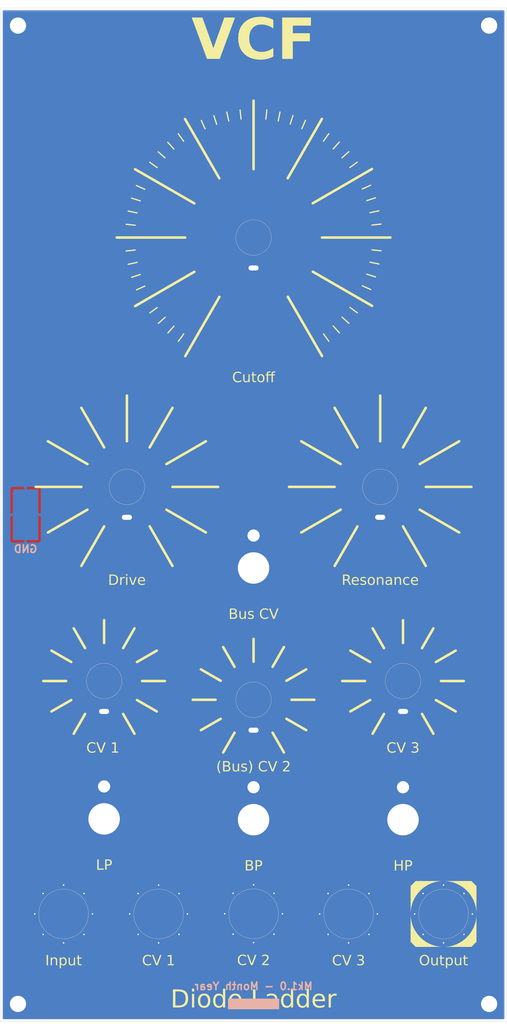
<source format=kicad_pcb>
(kicad_pcb (version 20240108) (generator "pcbnew") (generator_version "8.0")
  (title_block (title "Kosmo Format Front Panel - 10 cm") (company "DMH Instruments"))
  (layers (0 "F.Cu" signal) (31 "B.Cu" signal) (34 "B.Paste" user) (35 "F.Paste" user) (36 "B.SilkS" user "B.Silkscreen") (37 "F.SilkS" user "F.Silkscreen") (38 "B.Mask" user) (39 "F.Mask" user) (44 "Edge.Cuts" user))
  (property "Function" "")
  (net 0 "")
  (net 1 "GND")
  (footprint "SynthStuff:Toggle_Switch_Cutout" (layer "F.Cu") (at 100 190.15)
    (property "Reference" "H15")
    (property "Value" "BP" (at 0 9.2 0) (layer "F.SilkS") (effects (font (size 2 2))))
    (pad "1" thru_hole circle (at 0 -6.4) (size 2.9 2.9) (drill 2.4) (layers "*.Cu" "*.Mask") (net 1 "GND"))
    (pad "1" thru_hole circle (at 0 0) (size 13 13) (drill 6.2) (layers "*.Cu" "*.Mask") (net 1 "GND"))
  )
  (footprint "SynthStuff:MountingHole_Rails" (layer "F.Cu") (at 53.5 226.5)
    (property "Reference" "H3")
    (property "Value" "MountingHole_Rails" (hide yes))
    (pad "1" thru_hole circle (at 0 0) (size 4 4) (drill 3.2) (layers "*.Cu" "*.Mask") (net 1 "GND"))
  )
  (footprint "SynthStuff:Toggle_Switch_Cutout" (layer "F.Cu") (at 129.5 190.15)
    (property "Reference" "H16")
    (property "Value" "HP" (at 0 9.2 0) (layer "F.SilkS") (effects (font (size 2 2))))
    (pad "1" thru_hole circle (at 0 -6.4) (size 2.9 2.9) (drill 2.4) (layers "*.Cu" "*.Mask") (net 1 "GND"))
    (pad "1" thru_hole circle (at 0 0) (size 13 13) (drill 6.2) (layers "*.Cu" "*.Mask") (net 1 "GND"))
  )
  (footprint "SynthStuff:Jack_6.35mm_Cutout_v3" (layer "F.Cu") (at 62.5 208.75)
    (property "Reference" "H5")
    (property "Value" "Input" (at 0 9.3 0) (layer "F.SilkS") (effects (font (size 2 2))))
    (fp_circle (center 0 0) (end 0 -4.9) (stroke (width 0.05)) (fill none) (layer "Edge.Cuts"))
    (pad "1" thru_hole circle (at -5.7 0) (size 0.5 0.5) (drill 0.3) (layers "*.Cu" "*.Mask") (net 1 "GND"))
    (pad "1" thru_hole circle (at -4.04 -4.03) (size 0.5 0.5) (drill 0.3) (layers "*.Cu" "*.Mask") (net 1 "GND"))
    (pad "1" thru_hole circle (at -4.03 4.04) (size 0.5 0.5) (drill 0.3) (layers "*.Cu" "*.Mask") (net 1 "GND"))
    (pad "1" thru_hole circle (at 0 -5.7) (size 0.5 0.5) (drill 0.3) (layers "*.Cu" "*.Mask") (net 1 "GND"))
    (pad "1" connect circle (at 0 0) (size 12 12) (layers "F.Cu" "F.Mask") (net 1 "GND"))
    (pad "1" connect circle (at 0 0) (size 12 12) (layers "B.Cu" "B.Mask") (net 1 "GND"))
    (pad "1" thru_hole circle (at 0 5.7) (size 0.5 0.5) (drill 0.3) (layers "*.Cu" "*.Mask") (net 1 "GND"))
    (pad "1" thru_hole circle (at 4.03 4.04) (size 0.5 0.5) (drill 0.3) (layers "*.Cu" "*.Mask") (net 1 "GND"))
    (pad "1" thru_hole circle (at 4.04 -4.03) (size 0.5 0.5) (drill 0.3) (layers "*.Cu" "*.Mask") (net 1 "GND"))
    (pad "1" thru_hole circle (at 5.7 0) (size 0.5 0.5) (drill 0.3) (layers "*.Cu" "*.Mask") (net 1 "GND"))
  )
  (footprint "SynthStuff:Pot_Cutout_Tiny" (layer "F.Cu") (at 100 166.5)
    (property "Reference" "H17")
    (property "Value" "(Bus) CV 2 Amount" (hide yes))
    (fp_line (start -7.499998 0) (end -12 0) (stroke (width 0.5)) (layer "F.SilkS"))
    (fp_line (start -6.49301 -3.753771) (end -10.394285 -5.996567) (stroke (width 0.5)) (layer "F.SilkS"))
    (fp_line (start -6.49301 3.753772) (end -10.394227 5.996669) (stroke (width 0.5)) (layer "F.SilkS"))
    (fp_line (start -3.753772 -6.49301) (end -5.996669 -10.394227) (stroke (width 0.5)) (layer "F.SilkS"))
    (fp_line (start -3.753771 6.49301) (end -5.996567 10.394285) (stroke (width 0.5)) (layer "F.SilkS"))
    (fp_line (start 0 -7.5) (end 0 -12) (stroke (width 0.5)) (layer "F.SilkS"))
    (fp_line (start 3.753771 -6.49301) (end 5.996567 -10.394285) (stroke (width 0.5)) (layer "F.SilkS"))
    (fp_line (start 3.753772 6.49301) (end 5.996669 10.394227) (stroke (width 0.5)) (layer "F.SilkS"))
    (fp_line (start 6.49301 -3.753772) (end 10.394227 -5.996669) (stroke (width 0.5)) (layer "F.SilkS"))
    (fp_line (start 6.49301 3.753771) (end 10.394285 5.996567) (stroke (width 0.5)) (layer "F.SilkS"))
    (fp_line (start 7.5 0) (end 12 0) (stroke (width 0.5)) (layer "F.SilkS"))
    (fp_circle (center 0 0) (end 0 3.5) (stroke (width 0.05)) (fill none) (layer "Edge.Cuts"))
    (pad "1" connect circle (at 0 0) (size 12 12) (layers "F.Cu" "F.Mask") (net 1 "GND"))
    (pad "1" connect circle (at 0 0) (size 12 12) (layers "B.Cu" "B.Mask") (net 1 "GND"))
    (pad "1" thru_hole oval (at 0 6) (size 2.5 1.5) (drill oval 2 1) (layers "*.Cu" "*.Mask") (net 1 "GND"))
  )
  (footprint "SynthStuff:Pot_Cutout_Medium" (layer "F.Cu") (at 75 124.5)
    (property "Reference" "H10")
    (property "Value" "Drive" (at 0 18.5 0) (layer "F.SilkS") (effects (font (size 2 2))))
    (fp_line (start -15.59134 -8.995004) (end -7.795669 -4.497502) (stroke (width 0.5)) (layer "F.SilkS"))
    (fp_line (start -15.591339 8.995006) (end -7.795668 4.497502) (stroke (width 0.5)) (layer "F.SilkS"))
    (fp_line (start -9 0) (end -18 0) (stroke (width 0.5)) (layer "F.SilkS"))
    (fp_line (start -8.995006 -15.591339) (end -4.497502 -7.795668) (stroke (width 0.5)) (layer "F.SilkS"))
    (fp_line (start -8.995004 15.59134) (end -4.497502 7.795669) (stroke (width 0.5)) (layer "F.SilkS"))
    (fp_line (start 0 -9) (end 0 -18) (stroke (width 0.5)) (layer "F.SilkS"))
    (fp_line (start 8.995004 -15.59134) (end 4.497502 -7.795669) (stroke (width 0.5)) (layer "F.SilkS"))
    (fp_line (start 8.995006 15.591339) (end 4.497502 7.795668) (stroke (width 0.5)) (layer "F.SilkS"))
    (fp_line (start 9 0) (end 18 0) (stroke (width 0.5)) (layer "F.SilkS"))
    (fp_line (start 15.591339 -8.995006) (end 7.795668 -4.497502) (stroke (width 0.5)) (layer "F.SilkS"))
    (fp_line (start 15.59134 8.995004) (end 7.795669 4.497502) (stroke (width 0.5)) (layer "F.SilkS"))
    (fp_circle (center 0 0) (end 0 3.5) (stroke (width 0.05)) (fill none) (layer "Edge.Cuts"))
    (pad "1" connect circle (at 0 0) (size 12 12) (layers "F.Cu" "F.Mask") (net 1 "GND"))
    (pad "1" connect circle (at 0 0) (size 12 12) (layers "B.Cu" "B.Mask") (net 1 "GND"))
    (pad "1" thru_hole oval (at 0 6) (size 2.5 1.5) (drill oval 2 1) (layers "*.Cu" "*.Mask") (net 1 "GND"))
  )
  (footprint "SynthStuff:Pot_Cutout_Tiny" (layer "F.Cu") (at 70.5 162.8)
    (property "Reference" "H12")
    (property "Value" "CV 1 Amount" (hide yes))
    (fp_line (start -7.499998 0) (end -12 0) (stroke (width 0.5)) (layer "F.SilkS"))
    (fp_line (start -6.49301 -3.753771) (end -10.394285 -5.996567) (stroke (width 0.5)) (layer "F.SilkS"))
    (fp_line (start -6.49301 3.753772) (end -10.394227 5.996669) (stroke (width 0.5)) (layer "F.SilkS"))
    (fp_line (start -3.753772 -6.49301) (end -5.996669 -10.394227) (stroke (width 0.5)) (layer "F.SilkS"))
    (fp_line (start -3.753771 6.49301) (end -5.996567 10.394285) (stroke (width 0.5)) (layer "F.SilkS"))
    (fp_line (start 0 -7.5) (end 0 -12) (stroke (width 0.5)) (layer "F.SilkS"))
    (fp_line (start 3.753771 -6.49301) (end 5.996567 -10.394285) (stroke (width 0.5)) (layer "F.SilkS"))
    (fp_line (start 3.753772 6.49301) (end 5.996669 10.394227) (stroke (width 0.5)) (layer "F.SilkS"))
    (fp_line (start 6.49301 -3.753772) (end 10.394227 -5.996669) (stroke (width 0.5)) (layer "F.SilkS"))
    (fp_line (start 6.49301 3.753771) (end 10.394285 5.996567) (stroke (width 0.5)) (layer "F.SilkS"))
    (fp_line (start 7.5 0) (end 12 0) (stroke (width 0.5)) (layer "F.SilkS"))
    (fp_circle (center 0 0) (end 0 3.5) (stroke (width 0.05)) (fill none) (layer "Edge.Cuts"))
    (pad "1" connect circle (at 0 0) (size 12 12) (layers "F.Cu" "F.Mask") (net 1 "GND"))
    (pad "1" connect circle (at 0 0) (size 12 12) (layers "B.Cu" "B.Mask") (net 1 "GND"))
    (pad "1" thru_hole oval (at 0 6) (size 2.5 1.5) (drill oval 2 1) (layers "*.Cu" "*.Mask") (net 1 "GND"))
  )
  (footprint "SynthStuff:Pot_Cutout_Medium" (layer "F.Cu") (at 125 124.5)
    (property "Reference" "H11")
    (property "Value" "Resonance" (at 0 18.5 0) (layer "F.SilkS") (effects (font (size 2 2))))
    (fp_line (start -15.59134 -8.995004) (end -7.795669 -4.497502) (stroke (width 0.5)) (layer "F.SilkS"))
    (fp_line (start -15.591339 8.995006) (end -7.795668 4.497502) (stroke (width 0.5)) (layer "F.SilkS"))
    (fp_line (start -9 0) (end -18 0) (stroke (width 0.5)) (layer "F.SilkS"))
    (fp_line (start -8.995006 -15.591339) (end -4.497502 -7.795668) (stroke (width 0.5)) (layer "F.SilkS"))
    (fp_line (start -8.995004 15.59134) (end -4.497502 7.795669) (stroke (width 0.5)) (layer "F.SilkS"))
    (fp_line (start 0 -9) (end 0 -18) (stroke (width 0.5)) (layer "F.SilkS"))
    (fp_line (start 8.995004 -15.59134) (end 4.497502 -7.795669) (stroke (width 0.5)) (layer "F.SilkS"))
    (fp_line (start 8.995006 15.591339) (end 4.497502 7.795668) (stroke (width 0.5)) (layer "F.SilkS"))
    (fp_line (start 9 0) (end 18 0) (stroke (width 0.5)) (layer "F.SilkS"))
    (fp_line (start 15.591339 -8.995006) (end 7.795668 -4.497502) (stroke (width 0.5)) (layer "F.SilkS"))
    (fp_line (start 15.59134 8.995004) (end 7.795669 4.497502) (stroke (width 0.5)) (layer "F.SilkS"))
    (fp_circle (center 0 0) (end 0 3.5) (stroke (width 0.05)) (fill none) (layer "Edge.Cuts"))
    (pad "1" connect circle (at 0 0) (size 12 12) (layers "F.Cu" "F.Mask") (net 1 "GND"))
    (pad "1" connect circle (at 0 0) (size 12 12) (layers "B.Cu" "B.Mask") (net 1 "GND"))
    (pad "1" thru_hole oval (at 0 6) (size 2.5 1.5) (drill oval 2 1) (layers "*.Cu" "*.Mask") (net 1 "GND"))
  )
  (footprint "SynthStuff:Pot_Cutout_Tiny" (layer "F.Cu") (at 129.5 162.8)
    (property "Reference" "H13")
    (property "Value" "CV 3 Amount" (hide yes))
    (fp_line (start -7.499998 0) (end -12 0) (stroke (width 0.5)) (layer "F.SilkS"))
    (fp_line (start -6.49301 -3.753771) (end -10.394285 -5.996567) (stroke (width 0.5)) (layer "F.SilkS"))
    (fp_line (start -6.49301 3.753772) (end -10.394227 5.996669) (stroke (width 0.5)) (layer "F.SilkS"))
    (fp_line (start -3.753772 -6.49301) (end -5.996669 -10.394227) (stroke (width 0.5)) (layer "F.SilkS"))
    (fp_line (start -3.753771 6.49301) (end -5.996567 10.394285) (stroke (width 0.5)) (layer "F.SilkS"))
    (fp_line (start 0 -7.5) (end 0 -12) (stroke (width 0.5)) (layer "F.SilkS"))
    (fp_line (start 3.753771 -6.49301) (end 5.996567 -10.394285) (stroke (width 0.5)) (layer "F.SilkS"))
    (fp_line (start 3.753772 6.49301) (end 5.996669 10.394227) (stroke (width 0.5)) (layer "F.SilkS"))
    (fp_line (start 6.49301 -3.753772) (end 10.394227 -5.996669) (stroke (width 0.5)) (layer "F.SilkS"))
    (fp_line (start 6.49301 3.753771) (end 10.394285 5.996567) (stroke (width 0.5)) (layer "F.SilkS"))
    (fp_line (start 7.5 0) (end 12 0) (stroke (width 0.5)) (layer "F.SilkS"))
    (fp_circle (center 0 0) (end 0 3.5) (stroke (width 0.05)) (fill none) (layer "Edge.Cuts"))
    (pad "1" connect circle (at 0 0) (size 12 12) (layers "F.Cu" "F.Mask") (net 1 "GND"))
    (pad "1" connect circle (at 0 0) (size 12 12) (layers "B.Cu" "B.Mask") (net 1 "GND"))
    (pad "1" thru_hole oval (at 0 6) (size 2.5 1.5) (drill oval 2 1) (layers "*.Cu" "*.Mask") (net 1 "GND"))
  )
  (footprint "SynthStuff:Jack_6.35mm_Cutout_v3" (layer "F.Cu") (at 81.25 208.75)
    (property "Reference" "H6")
    (property "Value" "CV 1" (at 0 9.3 0) (layer "F.SilkS") (effects (font (size 2 2))))
    (fp_circle (center 0 0) (end 0 -4.9) (stroke (width 0.05)) (fill none) (layer "Edge.Cuts"))
    (pad "1" thru_hole circle (at -5.7 0) (size 0.5 0.5) (drill 0.3) (layers "*.Cu" "*.Mask") (net 1 "GND"))
    (pad "1" thru_hole circle (at -4.04 -4.03) (size 0.5 0.5) (drill 0.3) (layers "*.Cu" "*.Mask") (net 1 "GND"))
    (pad "1" thru_hole circle (at -4.03 4.04) (size 0.5 0.5) (drill 0.3) (layers "*.Cu" "*.Mask") (net 1 "GND"))
    (pad "1" thru_hole circle (at 0 -5.7) (size 0.5 0.5) (drill 0.3) (layers "*.Cu" "*.Mask") (net 1 "GND"))
    (pad "1" connect circle (at 0 0) (size 12 12) (layers "F.Cu" "F.Mask") (net 1 "GND"))
    (pad "1" connect circle (at 0 0) (size 12 12) (layers "B.Cu" "B.Mask") (net 1 "GND"))
    (pad "1" thru_hole circle (at 0 5.7) (size 0.5 0.5) (drill 0.3) (layers "*.Cu" "*.Mask") (net 1 "GND"))
    (pad "1" thru_hole circle (at 4.03 4.04) (size 0.5 0.5) (drill 0.3) (layers "*.Cu" "*.Mask") (net 1 "GND"))
    (pad "1" thru_hole circle (at 4.04 -4.03) (size 0.5 0.5) (drill 0.3) (layers "*.Cu" "*.Mask") (net 1 "GND"))
    (pad "1" thru_hole circle (at 5.7 0) (size 0.5 0.5) (drill 0.3) (layers "*.Cu" "*.Mask") (net 1 "GND"))
  )
  (footprint "SynthStuff:Pot_Cutout_Huge_v2" (layer "F.Cu") (at 100 75.3125)
    (property "Reference" "H9")
    (property "Value" "Cutoff" (at 0 27.7 0) (layer "F.SilkS") (effects (font (size 2 2))))
    (fp_line (start -23.39361 -13.481062) (end -11.696805 -6.740531) (stroke (width 0.5)) (layer "F.SilkS"))
    (fp_line (start -23.374179 -2.428486) (end -25.164545 -2.614498) (stroke (width 0.25)) (layer "F.SilkS"))
    (fp_line (start -23.370917 13.520364) (end -11.685458 6.760182) (stroke (width 0.5)) (layer "F.SilkS"))
    (fp_line (start -23.370351 2.465102) (end -25.16042 2.653918) (stroke (width 0.25)) (layer "F.SilkS"))
    (fp_line (start -23.101674 10.315167) (end -21.458076 9.581281) (stroke (width 0.25)) (layer "F.SilkS"))
    (fp_line (start -22.993287 -4.853716) (end -24.754478 -5.22549) (stroke (width 0.25)) (layer "F.SilkS"))
    (fp_line (start -22.982832 4.903004) (end -24.743219 5.278553) (stroke (width 0.25)) (layer "F.SilkS"))
    (fp_line (start -22.361465 -7.225976) (end -24.07426 -7.779456) (stroke (width 0.25)) (layer "F.SilkS"))
    (fp_line (start -22.343234 7.28216) (end -24.054632 7.839942) (stroke (width 0.25)) (layer "F.SilkS"))
    (fp_line (start -21.482215 -9.527029) (end -23.127663 -10.25676) (stroke (width 0.25)) (layer "F.SilkS"))
    (fp_line (start -19.02674 -13.7925) (end -20.484109 -14.848948) (stroke (width 0.25)) (layer "F.SilkS"))
    (fp_line (start -19.013948 13.810131) (end -20.470336 14.86793) (stroke (width 0.25)) (layer "F.SilkS"))
    (fp_line (start -17.477172 -15.709817) (end -18.815851 -16.913124) (stroke (width 0.25)) (layer "F.SilkS"))
    (fp_line (start -17.458429 15.730644) (end -18.795672 16.935546) (stroke (width 0.25)) (layer "F.SilkS"))
    (fp_line (start -15.730644 -17.458429) (end -16.935546 -18.795672) (stroke (width 0.25)) (layer "F.SilkS"))
    (fp_line (start -15.709817 17.477172) (end -16.913124 18.815851) (stroke (width 0.25)) (layer "F.SilkS"))
    (fp_line (start -13.810131 -19.013948) (end -14.86793 -20.470336) (stroke (width 0.25)) (layer "F.SilkS"))
    (fp_line (start -13.7925 19.02674) (end -14.848948 20.484109) (stroke (width 0.25)) (layer "F.SilkS"))
    (fp_line (start -13.520364 -23.370917) (end -6.760182 -11.685458) (stroke (width 0.5)) (layer "F.SilkS"))
    (fp_line (start -13.5 0) (end -27 0) (stroke (width 0.5)) (layer "F.SilkS"))
    (fp_line (start -13.481062 23.39361) (end -6.740531 11.696805) (stroke (width 0.5)) (layer "F.SilkS"))
    (fp_line (start -10.315167 -23.101674) (end -9.581281 -21.458076) (stroke (width 0.25)) (layer "F.SilkS"))
    (fp_line (start -7.28216 -22.343234) (end -7.839942 -24.054632) (stroke (width 0.25)) (layer "F.SilkS"))
    (fp_line (start -4.903004 -22.982832) (end -5.278553 -24.743219) (stroke (width 0.25)) (layer "F.SilkS"))
    (fp_line (start -2.465102 -23.370351) (end -2.653918 -25.16042) (stroke (width 0.25)) (layer "F.SilkS"))
    (fp_line (start -0.000001 -13.5) (end -0.000001 -27.000001) (stroke (width 0.5)) (layer "F.SilkS"))
    (fp_line (start 2.428485 -23.37418) (end 2.614497 -25.164546) (stroke (width 0.25)) (layer "F.SilkS"))
    (fp_line (start 4.853715 -22.993288) (end 5.225489 -24.754479) (stroke (width 0.25)) (layer "F.SilkS"))
    (fp_line (start 7.225975 -22.361466) (end 7.779455 -24.074261) (stroke (width 0.25)) (layer "F.SilkS"))
    (fp_line (start 9.527028 -21.482216) (end 10.256759 -23.127664) (stroke (width 0.25)) (layer "F.SilkS"))
    (fp_line (start 13.481061 -23.393611) (end 6.74053 -11.696806) (stroke (width 0.5)) (layer "F.SilkS"))
    (fp_line (start 13.499999 -0.000001) (end 26.999999 -0.000001) (stroke (width 0.5)) (layer "F.SilkS"))
    (fp_line (start 13.520365 23.370916) (end 6.760183 11.685457) (stroke (width 0.5)) (layer "F.SilkS"))
    (fp_line (start 13.792499 -19.026741) (end 14.848947 -20.48411) (stroke (width 0.25)) (layer "F.SilkS"))
    (fp_line (start 13.810132 19.013947) (end 14.867931 20.470335) (stroke (width 0.25)) (layer "F.SilkS"))
    (fp_line (start 15.709816 -17.477173) (end 16.913123 -18.815852) (stroke (width 0.25)) (layer "F.SilkS"))
    (fp_line (start 15.730645 17.458428) (end 16.935547 18.795671) (stroke (width 0.25)) (layer "F.SilkS"))
    (fp_line (start 17.458428 -15.730645) (end 18.795671 -16.935547) (stroke (width 0.25)) (layer "F.SilkS"))
    (fp_line (start 17.477173 15.709816) (end 18.815852 16.913123) (stroke (width 0.25)) (layer "F.SilkS"))
    (fp_line (start 19.013947 -13.810132) (end 20.470335 -14.867931) (stroke (width 0.25)) (layer "F.SilkS"))
    (fp_line (start 19.026741 13.792499) (end 20.48411 14.848947) (stroke (width 0.25)) (layer "F.SilkS"))
    (fp_line (start 21.482216 9.527028) (end 23.127664 10.256759) (stroke (width 0.25)) (layer "F.SilkS"))
    (fp_line (start 22.343233 -7.282161) (end 24.054631 -7.839943) (stroke (width 0.25)) (layer "F.SilkS"))
    (fp_line (start 22.361466 7.225975) (end 24.074261 7.779455) (stroke (width 0.25)) (layer "F.SilkS"))
    (fp_line (start 22.982831 -4.903005) (end 24.743218 -5.278554) (stroke (width 0.25)) (layer "F.SilkS"))
    (fp_line (start 22.993288 4.853715) (end 24.754479 5.225489) (stroke (width 0.25)) (layer "F.SilkS"))
    (fp_line (start 23.101673 -10.315168) (end 21.458075 -9.581282) (stroke (width 0.25)) (layer "F.SilkS"))
    (fp_line (start 23.37035 -2.465103) (end 25.160419 -2.653919) (stroke (width 0.25)) (layer "F.SilkS"))
    (fp_line (start 23.370916 -13.520365) (end 11.685457 -6.760183) (stroke (width 0.5)) (layer "F.SilkS"))
    (fp_line (start 23.37418 2.428485) (end 25.164546 2.614497) (stroke (width 0.25)) (layer "F.SilkS"))
    (fp_line (start 23.393611 13.481061) (end 11.696806 6.74053) (stroke (width 0.5)) (layer "F.SilkS"))
    (fp_circle (center 0 0) (end 0 3.5) (stroke (width 0.05)) (fill none) (layer "Edge.Cuts"))
    (pad "1" connect circle (at 0 0) (size 12 12) (layers "F.Cu" "F.Mask") (net 1 "GND"))
    (pad "1" connect circle (at 0 0) (size 12 12) (layers "B.Cu" "B.Mask") (net 1 "GND"))
    (pad "1" thru_hole oval (at 0 6) (size 2.5 1.5) (drill oval 2 1) (layers "*.Cu" "*.Mask") (net 1 "GND"))
  )
  (footprint "SynthStuff:Jack_6.35mm_Cutout_Output_v6" (layer "F.Cu") (at 137.5 208.75)
    (property "Reference" "H8")
    (property "Value" "Output" (at 0 9.3 0) (layer "F.SilkS") (effects (font (size 2 2))))
    (fp_poly (pts (xy -6.5 5.5) (arc (start -6.5 0) (mid -4.596194 4.596194) (end 0 6.5)) (xy -5.5 6.5)) (fill solid) (layer "F.SilkS"))
    (fp_poly (pts (xy -5.5 -6.5) (arc (start 0 -6.5) (mid -4.596194 -4.596194) (end -6.5 0)) (xy -6.5 -5.5)) (fill solid) (layer "F.SilkS"))
    (fp_poly (pts (xy 5.5 6.5) (arc (start 0 6.5) (mid 4.596194 4.596194) (end 6.5 0)) (xy 6.5 5.5)) (fill solid) (layer "F.SilkS"))
    (fp_poly (pts (xy 6.5 -5.5) (arc (start 6.5 0) (mid 4.596194 -4.596194) (end 0 -6.5)) (xy 5.5 -6.5)) (fill solid) (layer "F.SilkS"))
    (fp_circle (center 0 0) (end 0 -4.9) (stroke (width 0.05)) (fill none) (layer "Edge.Cuts"))
    (pad "1" thru_hole circle (at -5.7 0) (size 0.5 0.5) (drill 0.3) (layers "*.Cu" "*.Mask") (net 1 "GND"))
    (pad "1" thru_hole circle (at -4.04 -4.03) (size 0.5 0.5) (drill 0.3) (layers "*.Cu" "*.Mask") (net 1 "GND"))
    (pad "1" thru_hole circle (at -4.03 4.04) (size 0.5 0.5) (drill 0.3) (layers "*.Cu" "*.Mask") (net 1 "GND"))
    (pad "1" thru_hole circle (at 0 -5.7) (size 0.5 0.5) (drill 0.3) (layers "*.Cu" "*.Mask") (net 1 "GND"))
    (pad "1" connect circle (at 0 0) (size 12 12) (layers "F.Cu" "F.Mask") (net 1 "GND"))
    (pad "1" connect circle (at 0 0) (size 12 12) (layers "B.Cu" "B.Mask") (net 1 "GND"))
    (pad "1" thru_hole circle (at 0 5.7) (size 0.5 0.5) (drill 0.3) (layers "*.Cu" "*.Mask") (net 1 "GND"))
    (pad "1" thru_hole circle (at 4.03 4.04) (size 0.5 0.5) (drill 0.3) (layers "*.Cu" "*.Mask") (net 1 "GND"))
    (pad "1" thru_hole circle (at 4.04 -4.03) (size 0.5 0.5) (drill 0.3) (layers "*.Cu" "*.Mask") (net 1 "GND"))
    (pad "1" thru_hole circle (at 5.7 0) (size 0.5 0.5) (drill 0.3) (layers "*.Cu" "*.Mask") (net 1 "GND"))
  )
  (footprint "SynthStuff:Jack_6.35mm_Cutout_v3" (layer "F.Cu") (at 100 208.71)
    (property "Reference" "H18")
    (property "Value" "CV 2" (at 0 9.3 0) (layer "F.SilkS") (effects (font (size 2 2))))
    (fp_circle (center 0 0) (end 0 -4.9) (stroke (width 0.05)) (fill none) (layer "Edge.Cuts"))
    (pad "1" thru_hole circle (at -5.7 0) (size 0.5 0.5) (drill 0.3) (layers "*.Cu" "*.Mask") (net 1 "GND"))
    (pad "1" thru_hole circle (at -4.04 -4.03) (size 0.5 0.5) (drill 0.3) (layers "*.Cu" "*.Mask") (net 1 "GND"))
    (pad "1" thru_hole circle (at -4.03 4.04) (size 0.5 0.5) (drill 0.3) (layers "*.Cu" "*.Mask") (net 1 "GND"))
    (pad "1" thru_hole circle (at 0 -5.7) (size 0.5 0.5) (drill 0.3) (layers "*.Cu" "*.Mask") (net 1 "GND"))
    (pad "1" connect circle (at 0 0) (size 12 12) (layers "F.Cu" "F.Mask") (net 1 "GND"))
    (pad "1" connect circle (at 0 0) (size 12 12) (layers "B.Cu" "B.Mask") (net 1 "GND"))
    (pad "1" thru_hole circle (at 0 5.7) (size 0.5 0.5) (drill 0.3) (layers "*.Cu" "*.Mask") (net 1 "GND"))
    (pad "1" thru_hole circle (at 4.03 4.04) (size 0.5 0.5) (drill 0.3) (layers "*.Cu" "*.Mask") (net 1 "GND"))
    (pad "1" thru_hole circle (at 4.04 -4.03) (size 0.5 0.5) (drill 0.3) (layers "*.Cu" "*.Mask") (net 1 "GND"))
    (pad "1" thru_hole circle (at 5.7 0) (size 0.5 0.5) (drill 0.3) (layers "*.Cu" "*.Mask") (net 1 "GND"))
  )
  (footprint "SynthStuff:Toggle_Switch_Cutout" (layer "F.Cu") (at 100 140.5)
    (property "Reference" "H19")
    (property "Value" "Bus CV" (at 0 9.2 0) (layer "F.SilkS") (effects (font (size 2 2))))
    (pad "1" thru_hole circle (at 0 -6.4) (size 2.9 2.9) (drill 2.4) (layers "*.Cu" "*.Mask") (net 1 "GND"))
    (pad "1" thru_hole circle (at 0 0) (size 13 13) (drill 6.2) (layers "*.Cu" "*.Mask") (net 1 "GND"))
  )
  (footprint "SynthStuff:MountingHole_Rails" (layer "F.Cu") (at 146.5 33.5)
    (property "Reference" "H2")
    (property "Value" "MountingHole_Rails" (hide yes))
    (pad "1" thru_hole circle (at 0 0) (size 4 4) (drill 3.2) (layers "*.Cu" "*.Mask") (net 1 "GND"))
  )
  (footprint "SynthStuff:MountingHole_Rails" (layer "F.Cu") (at 146.5 226.5)
    (property "Reference" "H4")
    (property "Value" "MountingHole_Rails" (hide yes))
    (pad "1" thru_hole circle (at 0 0) (size 4 4) (drill 3.2) (layers "*.Cu" "*.Mask") (net 1 "GND"))
  )
  (footprint "SynthStuff:Jack_6.35mm_Cutout_v3" (layer "F.Cu") (at 118.75 208.75)
    (property "Reference" "H7")
    (property "Value" "CV 3" (at 0 9.3 0) (layer "F.SilkS") (effects (font (size 2 2))))
    (fp_circle (center 0 0) (end 0 -4.9) (stroke (width 0.05)) (fill none) (layer "Edge.Cuts"))
    (pad "1" thru_hole circle (at -5.7 0) (size 0.5 0.5) (drill 0.3) (layers "*.Cu" "*.Mask") (net 1 "GND"))
    (pad "1" thru_hole circle (at -4.04 -4.03) (size 0.5 0.5) (drill 0.3) (layers "*.Cu" "*.Mask") (net 1 "GND"))
    (pad "1" thru_hole circle (at -4.03 4.04) (size 0.5 0.5) (drill 0.3) (layers "*.Cu" "*.Mask") (net 1 "GND"))
    (pad "1" thru_hole circle (at 0 -5.7) (size 0.5 0.5) (drill 0.3) (layers "*.Cu" "*.Mask") (net 1 "GND"))
    (pad "1" connect circle (at 0 0) (size 12 12) (layers "F.Cu" "F.Mask") (net 1 "GND"))
    (pad "1" connect circle (at 0 0) (size 12 12) (layers "B.Cu" "B.Mask") (net 1 "GND"))
    (pad "1" thru_hole circle (at 0 5.7) (size 0.5 0.5) (drill 0.3) (layers "*.Cu" "*.Mask") (net 1 "GND"))
    (pad "1" thru_hole circle (at 4.03 4.04) (size 0.5 0.5) (drill 0.3) (layers "*.Cu" "*.Mask") (net 1 "GND"))
    (pad "1" thru_hole circle (at 4.04 -4.03) (size 0.5 0.5) (drill 0.3) (layers "*.Cu" "*.Mask") (net 1 "GND"))
    (pad "1" thru_hole circle (at 5.7 0) (size 0.5 0.5) (drill 0.3) (layers "*.Cu" "*.Mask") (net 1 "GND"))
  )
  (footprint "SynthStuff:MountingHole_Rails" (layer "F.Cu") (at 53.5 33.5)
    (property "Reference" "H1")
    (property "Value" "MountingHole_Rails" (hide yes))
    (pad "1" thru_hole circle (at 0 0) (size 4 4) (drill 3.2) (layers "*.Cu" "*.Mask") (net 1 "GND"))
  )
  (footprint "SynthStuff:Toggle_Switch_Cutout" (layer "F.Cu") (at 70.5 190)
    (property "Reference" "H14")
    (property "Value" "LP" (at 0 9.2 0) (layer "F.SilkS") (effects (font (size 2 2))))
    (pad "1" thru_hole circle (at 0 -6.4) (size 2.9 2.9) (drill 2.4) (layers "*.Cu" "*.Mask") (net 1 "GND"))
    (pad "1" thru_hole circle (at 0 0) (size 13 13) (drill 6.2) (layers "*.Cu" "*.Mask") (net 1 "GND"))
  )
  (footprint "SynthStuff:Panel_GND_SolderWirePad_5x10mm" (layer "B.Cu") (at 55 130 180)
    (property "Reference" "J0" (hide yes))
    (property "Value" "Panel_GND_Solder_Wire_Pad" (hide yes))
    (property "Function" "GND" (at 0 -6.75 0) (layer "B.SilkS") (effects (font (size 1.5 1.5) (thickness 0.3) (bold yes)) (justify mirror)))
    (pad "1" smd rect (at 0 0 180) (size 5 10) (layers "B.Cu" "B.Paste" "B.Mask") (net 1 "GND"))
  )
  (gr_rect (start 95 225.5) (end 105 227.5) (stroke (width 0.1)) (fill solid) (layer "B.SilkS"))
  (gr_rect (start 50 30) (end 150 230) (stroke (width 0.05)) (fill none) (layer "Edge.Cuts"))
  (gr_text "Mk1.0 - Month Year" (at 100 223 0) (layer "B.SilkS") (effects (font (size 1.5 1.5) (thickness 0.3) (bold yes)) (justify mirror)))
  (gr_text "CV 1" (at 70.25 176.1 0) (layer "F.SilkS") (effects (font (size 2 2) (thickness 0.25))))
  (gr_text "(Bus) CV 2" (at 100 179.8 0) (layer "F.SilkS") (effects (font (size 2 2) (thickness 0.25))))
  (gr_text "VCF" (at 100 36.75 0) (layer "F.SilkS") (effects (font (size 8 8) (thickness 0.8) (bold yes))))
  (gr_text "CV 3" (at 129.5 176.1 0) (layer "F.SilkS") (effects (font (size 2 2) (thickness 0.25))))
  (gr_text "Diode Ladder" (at 100 225.75 0) (layer "F.SilkS") (effects (font (size 3.5 3.5) (thickness 0.875))))
  (zone (net 1) (net_name "GND") (layers "F&B.Cu") (name "GroundPlane") (connect_pads yes (clearance 0.5)) (min_thickness 0.25) (fill yes (thermal_gap 0.5) (thermal_bridge_width 0.5))
    (polygon (pts (xy 50 30) (xy 150 30.5) (xy 150 230.5) (xy 50 230)))
  )
)
</source>
